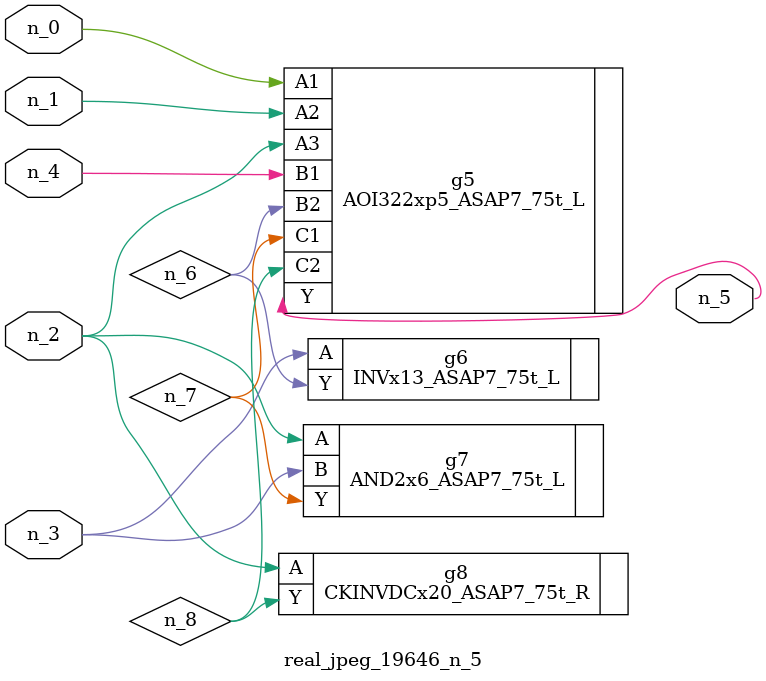
<source format=v>
module real_jpeg_19646_n_5 (n_4, n_0, n_1, n_2, n_3, n_5);

input n_4;
input n_0;
input n_1;
input n_2;
input n_3;

output n_5;

wire n_8;
wire n_6;
wire n_7;

AOI322xp5_ASAP7_75t_L g5 ( 
.A1(n_0),
.A2(n_1),
.A3(n_2),
.B1(n_4),
.B2(n_6),
.C1(n_7),
.C2(n_8),
.Y(n_5)
);

AND2x6_ASAP7_75t_L g7 ( 
.A(n_2),
.B(n_3),
.Y(n_7)
);

CKINVDCx20_ASAP7_75t_R g8 ( 
.A(n_2),
.Y(n_8)
);

INVx13_ASAP7_75t_L g6 ( 
.A(n_3),
.Y(n_6)
);


endmodule
</source>
